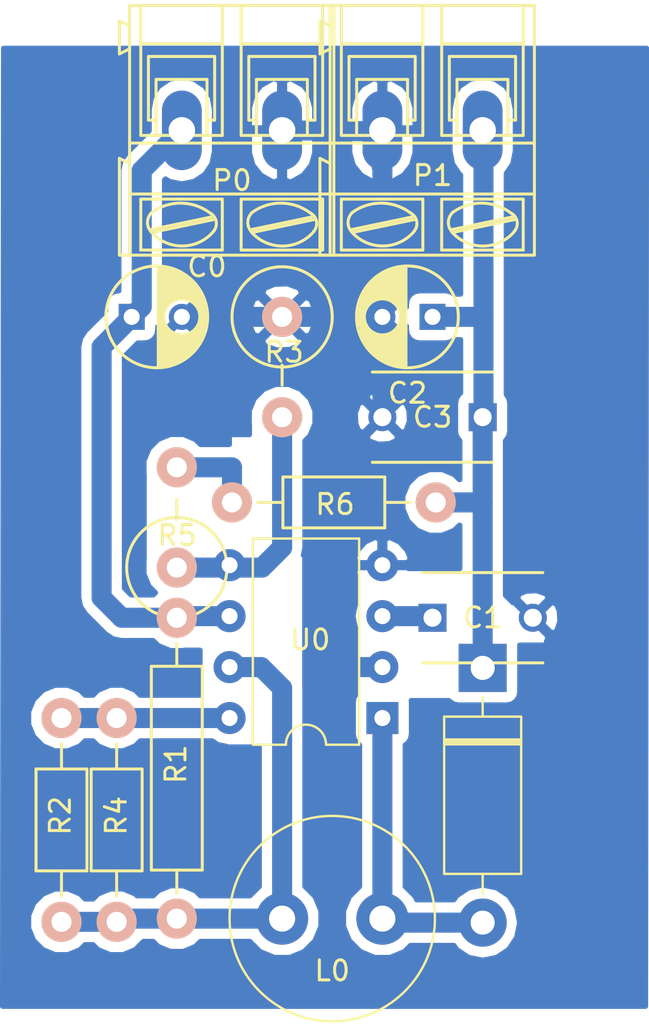
<source format=kicad_pcb>
(kicad_pcb (version 4) (host pcbnew 4.0.5+dfsg1-4)

  (general
    (links 27)
    (no_connects 1)
    (area 38.615 118.978 172.700001 174.625)
    (thickness 1.6)
    (drawings 0)
    (tracks 53)
    (zones 0)
    (modules 15)
    (nets 10)
  )

  (page A4 portrait)
  (layers
    (0 F.Cu signal)
    (31 B.Cu signal)
    (32 B.Adhes user hide)
    (33 F.Adhes user hide)
    (34 B.Paste user hide)
    (35 F.Paste user hide)
    (36 B.SilkS user hide)
    (37 F.SilkS user)
    (38 B.Mask user hide)
    (39 F.Mask user hide)
    (40 Dwgs.User user hide)
    (41 Cmts.User user hide)
    (42 Eco1.User user hide)
    (43 Eco2.User user hide)
    (44 Edge.Cuts user hide)
    (45 Margin user hide)
    (46 B.CrtYd user)
    (47 F.CrtYd user hide)
    (48 B.Fab user hide)
    (49 F.Fab user hide)
  )

  (setup
    (last_trace_width 0.25)
    (user_trace_width 0.25)
    (user_trace_width 0.5)
    (user_trace_width 0.75)
    (user_trace_width 1)
    (user_trace_width 2.5)
    (trace_clearance 0.2)
    (zone_clearance 0.508)
    (zone_45_only yes)
    (trace_min 0.2)
    (segment_width 0.2)
    (edge_width 0.15)
    (via_size 0.6)
    (via_drill 0.4)
    (via_min_size 0.4)
    (via_min_drill 0.3)
    (uvia_size 0.3)
    (uvia_drill 0.1)
    (uvias_allowed no)
    (uvia_min_size 0.2)
    (uvia_min_drill 0.1)
    (pcb_text_width 0.3)
    (pcb_text_size 1.5 1.5)
    (mod_edge_width 0.15)
    (mod_text_size 1 1)
    (mod_text_width 0.15)
    (pad_size 1.524 1.524)
    (pad_drill 0.762)
    (pad_to_mask_clearance 0.2)
    (aux_axis_origin 65 75.25)
    (grid_origin 68.2 25)
    (visible_elements FFFFF77F)
    (pcbplotparams
      (layerselection 0x00030_80000001)
      (usegerberextensions false)
      (excludeedgelayer true)
      (linewidth 0.100000)
      (plotframeref false)
      (viasonmask false)
      (mode 1)
      (useauxorigin false)
      (hpglpennumber 1)
      (hpglpenspeed 20)
      (hpglpendiameter 15)
      (hpglpenoverlay 2)
      (psnegative false)
      (psa4output false)
      (plotreference true)
      (plotvalue true)
      (plotinvisibletext false)
      (padsonsilk false)
      (subtractmaskfromsilk false)
      (outputformat 1)
      (mirror false)
      (drillshape 0)
      (scaleselection 1)
      (outputdirectory gerber/))
  )

  (net 0 "")
  (net 1 +5V)
  (net 2 GND)
  (net 3 "Net-(C1-Pad1)")
  (net 4 /out_12V)
  (net 5 "Net-(D0-Pad2)")
  (net 6 "Net-(L0-Pad1)")
  (net 7 "Net-(R2-Pad1)")
  (net 8 "Net-(R3-Pad2)")
  (net 9 "Net-(R5-Pad2)")

  (net_class Default "This is the default net class."
    (clearance 0.2)
    (trace_width 0.25)
    (via_dia 0.6)
    (via_drill 0.4)
    (uvia_dia 0.3)
    (uvia_drill 0.1)
    (add_net +5V)
    (add_net /out_12V)
    (add_net GND)
    (add_net "Net-(C1-Pad1)")
    (add_net "Net-(D0-Pad2)")
    (add_net "Net-(L0-Pad1)")
    (add_net "Net-(R2-Pad1)")
    (add_net "Net-(R3-Pad2)")
    (add_net "Net-(R5-Pad2)")
  )

  (module Connect:AK300-2 (layer F.Cu) (tedit 5EE93EB0) (tstamp 5EE7D3A5)
    (at 94.7 128.4 180)
    (descr CONNECTOR)
    (tags CONNECTOR)
    (path /5EE4E0C2)
    (attr virtual)
    (fp_text reference P0 (at 2.5 -2.5 180) (layer F.SilkS)
      (effects (font (size 1 1) (thickness 0.15)))
    )
    (fp_text value CONN_01X02 (at 2.779 7.747 180) (layer F.Fab) hide
      (effects (font (size 1 1) (thickness 0.15)))
    )
    (fp_line (start 8.363 -6.473) (end -2.83 -6.473) (layer F.CrtYd) (width 0.05))
    (fp_line (start 8.363 6.473) (end 8.363 -6.473) (layer F.CrtYd) (width 0.05))
    (fp_line (start -2.83 6.473) (end 8.363 6.473) (layer F.CrtYd) (width 0.05))
    (fp_line (start -2.83 -6.473) (end -2.83 6.473) (layer F.CrtYd) (width 0.05))
    (fp_line (start -1.2596 2.54) (end 1.2804 2.54) (layer F.SilkS) (width 0.15))
    (fp_line (start 1.2804 2.54) (end 1.2804 -0.254) (layer F.SilkS) (width 0.15))
    (fp_line (start -1.2596 -0.254) (end 1.2804 -0.254) (layer F.SilkS) (width 0.15))
    (fp_line (start -1.2596 2.54) (end -1.2596 -0.254) (layer F.SilkS) (width 0.15))
    (fp_line (start 3.7442 2.54) (end 6.2842 2.54) (layer F.SilkS) (width 0.15))
    (fp_line (start 6.2842 2.54) (end 6.2842 -0.254) (layer F.SilkS) (width 0.15))
    (fp_line (start 3.7442 -0.254) (end 6.2842 -0.254) (layer F.SilkS) (width 0.15))
    (fp_line (start 3.7442 2.54) (end 3.7442 -0.254) (layer F.SilkS) (width 0.15))
    (fp_line (start 7.605 -6.223) (end 7.605 -3.175) (layer F.SilkS) (width 0.15))
    (fp_line (start 7.605 -6.223) (end -2.58 -6.223) (layer F.SilkS) (width 0.15))
    (fp_line (start 7.605 -6.223) (end 8.113 -6.223) (layer F.SilkS) (width 0.15))
    (fp_line (start 8.113 -6.223) (end 8.113 -1.397) (layer F.SilkS) (width 0.15))
    (fp_line (start 8.113 -1.397) (end 7.605 -1.651) (layer F.SilkS) (width 0.15))
    (fp_line (start 8.113 5.461) (end 7.605 5.207) (layer F.SilkS) (width 0.15))
    (fp_line (start 7.605 5.207) (end 7.605 6.223) (layer F.SilkS) (width 0.15))
    (fp_line (start 8.113 3.81) (end 7.605 4.064) (layer F.SilkS) (width 0.15))
    (fp_line (start 7.605 4.064) (end 7.605 5.207) (layer F.SilkS) (width 0.15))
    (fp_line (start 8.113 3.81) (end 8.113 5.461) (layer F.SilkS) (width 0.15))
    (fp_line (start 2.9822 6.223) (end 2.9822 4.318) (layer F.SilkS) (width 0.15))
    (fp_line (start 7.0462 -0.254) (end 7.0462 4.318) (layer F.SilkS) (width 0.15))
    (fp_line (start 2.9822 6.223) (end 7.0462 6.223) (layer F.SilkS) (width 0.15))
    (fp_line (start 7.0462 6.223) (end 7.605 6.223) (layer F.SilkS) (width 0.15))
    (fp_line (start 2.0424 6.223) (end 2.0424 4.318) (layer F.SilkS) (width 0.15))
    (fp_line (start 2.0424 6.223) (end 2.9822 6.223) (layer F.SilkS) (width 0.15))
    (fp_line (start -2.0216 -0.254) (end -2.0216 4.318) (layer F.SilkS) (width 0.15))
    (fp_line (start -2.58 6.223) (end -2.0216 6.223) (layer F.SilkS) (width 0.15))
    (fp_line (start -2.0216 6.223) (end 2.0424 6.223) (layer F.SilkS) (width 0.15))
    (fp_line (start 2.9822 4.318) (end 7.0462 4.318) (layer F.SilkS) (width 0.15))
    (fp_line (start 2.9822 4.318) (end 2.9822 -0.254) (layer F.SilkS) (width 0.15))
    (fp_line (start 7.0462 4.318) (end 7.0462 6.223) (layer F.SilkS) (width 0.15))
    (fp_line (start 2.0424 4.318) (end -2.0216 4.318) (layer F.SilkS) (width 0.15))
    (fp_line (start 2.0424 4.318) (end 2.0424 -0.254) (layer F.SilkS) (width 0.15))
    (fp_line (start -2.0216 4.318) (end -2.0216 6.223) (layer F.SilkS) (width 0.15))
    (fp_line (start 6.6652 3.683) (end 6.6652 0.508) (layer F.SilkS) (width 0.15))
    (fp_line (start 6.6652 3.683) (end 3.3632 3.683) (layer F.SilkS) (width 0.15))
    (fp_line (start 3.3632 3.683) (end 3.3632 0.508) (layer F.SilkS) (width 0.15))
    (fp_line (start 1.6614 3.683) (end 1.6614 0.508) (layer F.SilkS) (width 0.15))
    (fp_line (start 1.6614 3.683) (end -1.6406 3.683) (layer F.SilkS) (width 0.15))
    (fp_line (start -1.6406 3.683) (end -1.6406 0.508) (layer F.SilkS) (width 0.15))
    (fp_line (start -1.6406 0.508) (end -1.2596 0.508) (layer F.SilkS) (width 0.15))
    (fp_line (start 1.6614 0.508) (end 1.2804 0.508) (layer F.SilkS) (width 0.15))
    (fp_line (start 3.3632 0.508) (end 3.7442 0.508) (layer F.SilkS) (width 0.15))
    (fp_line (start 6.6652 0.508) (end 6.2842 0.508) (layer F.SilkS) (width 0.15))
    (fp_line (start -2.58 6.223) (end -2.58 -0.635) (layer F.SilkS) (width 0.15))
    (fp_line (start -2.58 -0.635) (end -2.58 -3.175) (layer F.SilkS) (width 0.15))
    (fp_line (start 7.605 -1.651) (end 7.605 -0.635) (layer F.SilkS) (width 0.15))
    (fp_line (start 7.605 -0.635) (end 7.605 4.064) (layer F.SilkS) (width 0.15))
    (fp_line (start -2.58 -3.175) (end 7.605 -3.175) (layer F.SilkS) (width 0.15))
    (fp_line (start -2.58 -3.175) (end -2.58 -6.223) (layer F.SilkS) (width 0.15))
    (fp_line (start 7.605 -3.175) (end 7.605 -1.651) (layer F.SilkS) (width 0.15))
    (fp_line (start 2.9822 -3.429) (end 2.9822 -5.969) (layer F.SilkS) (width 0.15))
    (fp_line (start 2.9822 -5.969) (end 7.0462 -5.969) (layer F.SilkS) (width 0.15))
    (fp_line (start 7.0462 -5.969) (end 7.0462 -3.429) (layer F.SilkS) (width 0.15))
    (fp_line (start 7.0462 -3.429) (end 2.9822 -3.429) (layer F.SilkS) (width 0.15))
    (fp_line (start 2.0424 -3.429) (end 2.0424 -5.969) (layer F.SilkS) (width 0.15))
    (fp_line (start 2.0424 -3.429) (end -2.0216 -3.429) (layer F.SilkS) (width 0.15))
    (fp_line (start -2.0216 -3.429) (end -2.0216 -5.969) (layer F.SilkS) (width 0.15))
    (fp_line (start 2.0424 -5.969) (end -2.0216 -5.969) (layer F.SilkS) (width 0.15))
    (fp_line (start 3.3886 -4.445) (end 6.4366 -5.08) (layer F.SilkS) (width 0.15))
    (fp_line (start 3.5156 -4.318) (end 6.5636 -4.953) (layer F.SilkS) (width 0.15))
    (fp_line (start -1.6152 -4.445) (end 1.43534 -5.08) (layer F.SilkS) (width 0.15))
    (fp_line (start -1.4882 -4.318) (end 1.5598 -4.953) (layer F.SilkS) (width 0.15))
    (fp_line (start -2.0216 -0.254) (end -1.6406 -0.254) (layer F.SilkS) (width 0.15))
    (fp_line (start 2.0424 -0.254) (end 1.6614 -0.254) (layer F.SilkS) (width 0.15))
    (fp_line (start 1.6614 -0.254) (end -1.6406 -0.254) (layer F.SilkS) (width 0.15))
    (fp_line (start -2.58 -0.635) (end -1.6406 -0.635) (layer F.SilkS) (width 0.15))
    (fp_line (start -1.6406 -0.635) (end 1.6614 -0.635) (layer F.SilkS) (width 0.15))
    (fp_line (start 1.6614 -0.635) (end 3.3632 -0.635) (layer F.SilkS) (width 0.15))
    (fp_line (start 7.605 -0.635) (end 6.6652 -0.635) (layer F.SilkS) (width 0.15))
    (fp_line (start 6.6652 -0.635) (end 3.3632 -0.635) (layer F.SilkS) (width 0.15))
    (fp_line (start 7.0462 -0.254) (end 6.6652 -0.254) (layer F.SilkS) (width 0.15))
    (fp_line (start 2.9822 -0.254) (end 3.3632 -0.254) (layer F.SilkS) (width 0.15))
    (fp_line (start 3.3632 -0.254) (end 6.6652 -0.254) (layer F.SilkS) (width 0.15))
    (fp_arc (start 6.0302 -4.59486) (end 6.53566 -5.05206) (angle 90.5) (layer F.SilkS) (width 0.15))
    (fp_arc (start 5.065 -6.0706) (end 6.52804 -4.11734) (angle 75.5) (layer F.SilkS) (width 0.15))
    (fp_arc (start 4.98626 -3.7084) (end 3.3886 -5.0038) (angle 100) (layer F.SilkS) (width 0.15))
    (fp_arc (start 3.8712 -4.64566) (end 3.58164 -4.1275) (angle 104.2) (layer F.SilkS) (width 0.15))
    (fp_arc (start 1.0264 -4.59486) (end 1.5344 -5.05206) (angle 90.5) (layer F.SilkS) (width 0.15))
    (fp_arc (start 0.06374 -6.0706) (end 1.52678 -4.11734) (angle 75.5) (layer F.SilkS) (width 0.15))
    (fp_arc (start -0.01246 -3.7084) (end -1.6152 -5.0038) (angle 100) (layer F.SilkS) (width 0.15))
    (fp_arc (start -1.1326 -4.64566) (end -1.41962 -4.1275) (angle 104.2) (layer F.SilkS) (width 0.15))
    (pad 1 thru_hole oval (at 0 0 180) (size 1.9812 3.9624) (drill 1.3208) (layers *.Cu F.Paste F.Mask)
      (net 2 GND))
    (pad 2 thru_hole oval (at 5 0 180) (size 1.9812 3.9624) (drill 1.3208) (layers *.Cu F.Paste F.Mask)
      (net 1 +5V))
  )

  (module Connect:AK300-2 (layer F.Cu) (tedit 5EE93EAC) (tstamp 5EE7D3AB)
    (at 104.7 128.4 180)
    (descr CONNECTOR)
    (tags CONNECTOR)
    (path /5EE4DFF1)
    (attr virtual)
    (fp_text reference P1 (at 2.5 -2.25 180) (layer F.SilkS)
      (effects (font (size 1 1) (thickness 0.15)))
    )
    (fp_text value CONN_01X02 (at 2.779 7.747 180) (layer F.Fab) hide
      (effects (font (size 1 1) (thickness 0.15)))
    )
    (fp_line (start 8.363 -6.473) (end -2.83 -6.473) (layer F.CrtYd) (width 0.05))
    (fp_line (start 8.363 6.473) (end 8.363 -6.473) (layer F.CrtYd) (width 0.05))
    (fp_line (start -2.83 6.473) (end 8.363 6.473) (layer F.CrtYd) (width 0.05))
    (fp_line (start -2.83 -6.473) (end -2.83 6.473) (layer F.CrtYd) (width 0.05))
    (fp_line (start -1.2596 2.54) (end 1.2804 2.54) (layer F.SilkS) (width 0.15))
    (fp_line (start 1.2804 2.54) (end 1.2804 -0.254) (layer F.SilkS) (width 0.15))
    (fp_line (start -1.2596 -0.254) (end 1.2804 -0.254) (layer F.SilkS) (width 0.15))
    (fp_line (start -1.2596 2.54) (end -1.2596 -0.254) (layer F.SilkS) (width 0.15))
    (fp_line (start 3.7442 2.54) (end 6.2842 2.54) (layer F.SilkS) (width 0.15))
    (fp_line (start 6.2842 2.54) (end 6.2842 -0.254) (layer F.SilkS) (width 0.15))
    (fp_line (start 3.7442 -0.254) (end 6.2842 -0.254) (layer F.SilkS) (width 0.15))
    (fp_line (start 3.7442 2.54) (end 3.7442 -0.254) (layer F.SilkS) (width 0.15))
    (fp_line (start 7.605 -6.223) (end 7.605 -3.175) (layer F.SilkS) (width 0.15))
    (fp_line (start 7.605 -6.223) (end -2.58 -6.223) (layer F.SilkS) (width 0.15))
    (fp_line (start 7.605 -6.223) (end 8.113 -6.223) (layer F.SilkS) (width 0.15))
    (fp_line (start 8.113 -6.223) (end 8.113 -1.397) (layer F.SilkS) (width 0.15))
    (fp_line (start 8.113 -1.397) (end 7.605 -1.651) (layer F.SilkS) (width 0.15))
    (fp_line (start 8.113 5.461) (end 7.605 5.207) (layer F.SilkS) (width 0.15))
    (fp_line (start 7.605 5.207) (end 7.605 6.223) (layer F.SilkS) (width 0.15))
    (fp_line (start 8.113 3.81) (end 7.605 4.064) (layer F.SilkS) (width 0.15))
    (fp_line (start 7.605 4.064) (end 7.605 5.207) (layer F.SilkS) (width 0.15))
    (fp_line (start 8.113 3.81) (end 8.113 5.461) (layer F.SilkS) (width 0.15))
    (fp_line (start 2.9822 6.223) (end 2.9822 4.318) (layer F.SilkS) (width 0.15))
    (fp_line (start 7.0462 -0.254) (end 7.0462 4.318) (layer F.SilkS) (width 0.15))
    (fp_line (start 2.9822 6.223) (end 7.0462 6.223) (layer F.SilkS) (width 0.15))
    (fp_line (start 7.0462 6.223) (end 7.605 6.223) (layer F.SilkS) (width 0.15))
    (fp_line (start 2.0424 6.223) (end 2.0424 4.318) (layer F.SilkS) (width 0.15))
    (fp_line (start 2.0424 6.223) (end 2.9822 6.223) (layer F.SilkS) (width 0.15))
    (fp_line (start -2.0216 -0.254) (end -2.0216 4.318) (layer F.SilkS) (width 0.15))
    (fp_line (start -2.58 6.223) (end -2.0216 6.223) (layer F.SilkS) (width 0.15))
    (fp_line (start -2.0216 6.223) (end 2.0424 6.223) (layer F.SilkS) (width 0.15))
    (fp_line (start 2.9822 4.318) (end 7.0462 4.318) (layer F.SilkS) (width 0.15))
    (fp_line (start 2.9822 4.318) (end 2.9822 -0.254) (layer F.SilkS) (width 0.15))
    (fp_line (start 7.0462 4.318) (end 7.0462 6.223) (layer F.SilkS) (width 0.15))
    (fp_line (start 2.0424 4.318) (end -2.0216 4.318) (layer F.SilkS) (width 0.15))
    (fp_line (start 2.0424 4.318) (end 2.0424 -0.254) (layer F.SilkS) (width 0.15))
    (fp_line (start -2.0216 4.318) (end -2.0216 6.223) (layer F.SilkS) (width 0.15))
    (fp_line (start 6.6652 3.683) (end 6.6652 0.508) (layer F.SilkS) (width 0.15))
    (fp_line (start 6.6652 3.683) (end 3.3632 3.683) (layer F.SilkS) (width 0.15))
    (fp_line (start 3.3632 3.683) (end 3.3632 0.508) (layer F.SilkS) (width 0.15))
    (fp_line (start 1.6614 3.683) (end 1.6614 0.508) (layer F.SilkS) (width 0.15))
    (fp_line (start 1.6614 3.683) (end -1.6406 3.683) (layer F.SilkS) (width 0.15))
    (fp_line (start -1.6406 3.683) (end -1.6406 0.508) (layer F.SilkS) (width 0.15))
    (fp_line (start -1.6406 0.508) (end -1.2596 0.508) (layer F.SilkS) (width 0.15))
    (fp_line (start 1.6614 0.508) (end 1.2804 0.508) (layer F.SilkS) (width 0.15))
    (fp_line (start 3.3632 0.508) (end 3.7442 0.508) (layer F.SilkS) (width 0.15))
    (fp_line (start 6.6652 0.508) (end 6.2842 0.508) (layer F.SilkS) (width 0.15))
    (fp_line (start -2.58 6.223) (end -2.58 -0.635) (layer F.SilkS) (width 0.15))
    (fp_line (start -2.58 -0.635) (end -2.58 -3.175) (layer F.SilkS) (width 0.15))
    (fp_line (start 7.605 -1.651) (end 7.605 -0.635) (layer F.SilkS) (width 0.15))
    (fp_line (start 7.605 -0.635) (end 7.605 4.064) (layer F.SilkS) (width 0.15))
    (fp_line (start -2.58 -3.175) (end 7.605 -3.175) (layer F.SilkS) (width 0.15))
    (fp_line (start -2.58 -3.175) (end -2.58 -6.223) (layer F.SilkS) (width 0.15))
    (fp_line (start 7.605 -3.175) (end 7.605 -1.651) (layer F.SilkS) (width 0.15))
    (fp_line (start 2.9822 -3.429) (end 2.9822 -5.969) (layer F.SilkS) (width 0.15))
    (fp_line (start 2.9822 -5.969) (end 7.0462 -5.969) (layer F.SilkS) (width 0.15))
    (fp_line (start 7.0462 -5.969) (end 7.0462 -3.429) (layer F.SilkS) (width 0.15))
    (fp_line (start 7.0462 -3.429) (end 2.9822 -3.429) (layer F.SilkS) (width 0.15))
    (fp_line (start 2.0424 -3.429) (end 2.0424 -5.969) (layer F.SilkS) (width 0.15))
    (fp_line (start 2.0424 -3.429) (end -2.0216 -3.429) (layer F.SilkS) (width 0.15))
    (fp_line (start -2.0216 -3.429) (end -2.0216 -5.969) (layer F.SilkS) (width 0.15))
    (fp_line (start 2.0424 -5.969) (end -2.0216 -5.969) (layer F.SilkS) (width 0.15))
    (fp_line (start 3.3886 -4.445) (end 6.4366 -5.08) (layer F.SilkS) (width 0.15))
    (fp_line (start 3.5156 -4.318) (end 6.5636 -4.953) (layer F.SilkS) (width 0.15))
    (fp_line (start -1.6152 -4.445) (end 1.43534 -5.08) (layer F.SilkS) (width 0.15))
    (fp_line (start -1.4882 -4.318) (end 1.5598 -4.953) (layer F.SilkS) (width 0.15))
    (fp_line (start -2.0216 -0.254) (end -1.6406 -0.254) (layer F.SilkS) (width 0.15))
    (fp_line (start 2.0424 -0.254) (end 1.6614 -0.254) (layer F.SilkS) (width 0.15))
    (fp_line (start 1.6614 -0.254) (end -1.6406 -0.254) (layer F.SilkS) (width 0.15))
    (fp_line (start -2.58 -0.635) (end -1.6406 -0.635) (layer F.SilkS) (width 0.15))
    (fp_line (start -1.6406 -0.635) (end 1.6614 -0.635) (layer F.SilkS) (width 0.15))
    (fp_line (start 1.6614 -0.635) (end 3.3632 -0.635) (layer F.SilkS) (width 0.15))
    (fp_line (start 7.605 -0.635) (end 6.6652 -0.635) (layer F.SilkS) (width 0.15))
    (fp_line (start 6.6652 -0.635) (end 3.3632 -0.635) (layer F.SilkS) (width 0.15))
    (fp_line (start 7.0462 -0.254) (end 6.6652 -0.254) (layer F.SilkS) (width 0.15))
    (fp_line (start 2.9822 -0.254) (end 3.3632 -0.254) (layer F.SilkS) (width 0.15))
    (fp_line (start 3.3632 -0.254) (end 6.6652 -0.254) (layer F.SilkS) (width 0.15))
    (fp_arc (start 6.0302 -4.59486) (end 6.53566 -5.05206) (angle 90.5) (layer F.SilkS) (width 0.15))
    (fp_arc (start 5.065 -6.0706) (end 6.52804 -4.11734) (angle 75.5) (layer F.SilkS) (width 0.15))
    (fp_arc (start 4.98626 -3.7084) (end 3.3886 -5.0038) (angle 100) (layer F.SilkS) (width 0.15))
    (fp_arc (start 3.8712 -4.64566) (end 3.58164 -4.1275) (angle 104.2) (layer F.SilkS) (width 0.15))
    (fp_arc (start 1.0264 -4.59486) (end 1.5344 -5.05206) (angle 90.5) (layer F.SilkS) (width 0.15))
    (fp_arc (start 0.06374 -6.0706) (end 1.52678 -4.11734) (angle 75.5) (layer F.SilkS) (width 0.15))
    (fp_arc (start -0.01246 -3.7084) (end -1.6152 -5.0038) (angle 100) (layer F.SilkS) (width 0.15))
    (fp_arc (start -1.1326 -4.64566) (end -1.41962 -4.1275) (angle 104.2) (layer F.SilkS) (width 0.15))
    (pad 1 thru_hole oval (at 0 0 180) (size 1.9812 3.9624) (drill 1.3208) (layers *.Cu F.Paste F.Mask)
      (net 4 /out_12V))
    (pad 2 thru_hole oval (at 5 0 180) (size 1.9812 3.9624) (drill 1.3208) (layers *.Cu F.Paste F.Mask)
      (net 2 GND))
  )

  (module Package_DIP:DIP-8_W7.62mm (layer F.Cu) (tedit 5EE936A7) (tstamp 5EE7D3DB)
    (at 99.7 157.7 180)
    (descr "8-lead though-hole mounted DIP package, row spacing 7.62 mm (300 mils)")
    (tags "THT DIP DIL PDIP 2.54mm 7.62mm 300mil")
    (path /5EE4D9FD)
    (fp_text reference U0 (at 3.6 3.9 180) (layer F.SilkS)
      (effects (font (size 1 1) (thickness 0.15)))
    )
    (fp_text value MC34063AP (at 3.81 9.95 180) (layer F.Fab) hide
      (effects (font (size 1 1) (thickness 0.15)))
    )
    (fp_arc (start 3.81 -1.33) (end 2.81 -1.33) (angle -180) (layer F.SilkS) (width 0.12))
    (fp_line (start 1.635 -1.27) (end 6.985 -1.27) (layer F.Fab) (width 0.1))
    (fp_line (start 6.985 -1.27) (end 6.985 8.89) (layer F.Fab) (width 0.1))
    (fp_line (start 6.985 8.89) (end 0.635 8.89) (layer F.Fab) (width 0.1))
    (fp_line (start 0.635 8.89) (end 0.635 -0.27) (layer F.Fab) (width 0.1))
    (fp_line (start 0.635 -0.27) (end 1.635 -1.27) (layer F.Fab) (width 0.1))
    (fp_line (start 2.81 -1.33) (end 1.16 -1.33) (layer F.SilkS) (width 0.12))
    (fp_line (start 1.16 -1.33) (end 1.16 8.95) (layer F.SilkS) (width 0.12))
    (fp_line (start 1.16 8.95) (end 6.46 8.95) (layer F.SilkS) (width 0.12))
    (fp_line (start 6.46 8.95) (end 6.46 -1.33) (layer F.SilkS) (width 0.12))
    (fp_line (start 6.46 -1.33) (end 4.81 -1.33) (layer F.SilkS) (width 0.12))
    (fp_line (start -1.1 -1.55) (end -1.1 9.15) (layer F.CrtYd) (width 0.05))
    (fp_line (start -1.1 9.15) (end 8.7 9.15) (layer F.CrtYd) (width 0.05))
    (fp_line (start 8.7 9.15) (end 8.7 -1.55) (layer F.CrtYd) (width 0.05))
    (fp_line (start 8.7 -1.55) (end -1.1 -1.55) (layer F.CrtYd) (width 0.05))
    (fp_text user %R (at 3.81 3.81 180) (layer F.Fab)
      (effects (font (size 1 1) (thickness 0.15)))
    )
    (pad 1 thru_hole rect (at 0 0 180) (size 1.6 1.6) (drill 0.8) (layers *.Cu *.Mask)
      (net 5 "Net-(D0-Pad2)"))
    (pad 5 thru_hole oval (at 7.62 7.62 180) (size 1.6 1.6) (drill 0.8) (layers *.Cu *.Mask)
      (net 8 "Net-(R3-Pad2)"))
    (pad 2 thru_hole oval (at 0 2.54 180) (size 1.6 1.6) (drill 0.8) (layers *.Cu *.Mask)
      (net 2 GND))
    (pad 6 thru_hole oval (at 7.62 5.08 180) (size 1.6 1.6) (drill 0.8) (layers *.Cu *.Mask)
      (net 1 +5V))
    (pad 3 thru_hole oval (at 0 5.08 180) (size 1.6 1.6) (drill 0.8) (layers *.Cu *.Mask)
      (net 3 "Net-(C1-Pad1)"))
    (pad 7 thru_hole oval (at 7.62 2.54 180) (size 1.6 1.6) (drill 0.8) (layers *.Cu *.Mask)
      (net 6 "Net-(L0-Pad1)"))
    (pad 4 thru_hole oval (at 0 7.62 180) (size 1.6 1.6) (drill 0.8) (layers *.Cu *.Mask)
      (net 2 GND))
    (pad 8 thru_hole oval (at 7.62 0 180) (size 1.6 1.6) (drill 0.8) (layers *.Cu *.Mask)
      (net 7 "Net-(R2-Pad1)"))
    (model ${KISYS3DMOD}/Package_DIP.3dshapes/DIP-8_W7.62mm.wrl
      (at (xyz 0 0 0))
      (scale (xyz 1 1 1))
      (rotate (xyz 0 0 0))
    )
  )

  (module Capacitors_THT:C_Radial_D5_L11_P2.5 (layer F.Cu) (tedit 5EE93652) (tstamp 5EE7D381)
    (at 87.2 137.7)
    (descr "Radial Electrolytic Capacitor Diameter 5mm x Length 11mm, Pitch 2.5mm")
    (tags "Electrolytic Capacitor")
    (path /5EE4F709)
    (fp_text reference C0 (at 3.75 -2.5) (layer F.SilkS)
      (effects (font (size 1 1) (thickness 0.15)))
    )
    (fp_text value CP (at 1.25 3.8) (layer F.Fab) hide
      (effects (font (size 1 1) (thickness 0.15)))
    )
    (fp_line (start 1.325 -2.499) (end 1.325 2.499) (layer F.SilkS) (width 0.15))
    (fp_line (start 1.465 -2.491) (end 1.465 2.491) (layer F.SilkS) (width 0.15))
    (fp_line (start 1.605 -2.475) (end 1.605 -0.095) (layer F.SilkS) (width 0.15))
    (fp_line (start 1.605 0.095) (end 1.605 2.475) (layer F.SilkS) (width 0.15))
    (fp_line (start 1.745 -2.451) (end 1.745 -0.49) (layer F.SilkS) (width 0.15))
    (fp_line (start 1.745 0.49) (end 1.745 2.451) (layer F.SilkS) (width 0.15))
    (fp_line (start 1.885 -2.418) (end 1.885 -0.657) (layer F.SilkS) (width 0.15))
    (fp_line (start 1.885 0.657) (end 1.885 2.418) (layer F.SilkS) (width 0.15))
    (fp_line (start 2.025 -2.377) (end 2.025 -0.764) (layer F.SilkS) (width 0.15))
    (fp_line (start 2.025 0.764) (end 2.025 2.377) (layer F.SilkS) (width 0.15))
    (fp_line (start 2.165 -2.327) (end 2.165 -0.835) (layer F.SilkS) (width 0.15))
    (fp_line (start 2.165 0.835) (end 2.165 2.327) (layer F.SilkS) (width 0.15))
    (fp_line (start 2.305 -2.266) (end 2.305 -0.879) (layer F.SilkS) (width 0.15))
    (fp_line (start 2.305 0.879) (end 2.305 2.266) (layer F.SilkS) (width 0.15))
    (fp_line (start 2.445 -2.196) (end 2.445 -0.898) (layer F.SilkS) (width 0.15))
    (fp_line (start 2.445 0.898) (end 2.445 2.196) (layer F.SilkS) (width 0.15))
    (fp_line (start 2.585 -2.114) (end 2.585 -0.896) (layer F.SilkS) (width 0.15))
    (fp_line (start 2.585 0.896) (end 2.585 2.114) (layer F.SilkS) (width 0.15))
    (fp_line (start 2.725 -2.019) (end 2.725 -0.871) (layer F.SilkS) (width 0.15))
    (fp_line (start 2.725 0.871) (end 2.725 2.019) (layer F.SilkS) (width 0.15))
    (fp_line (start 2.865 -1.908) (end 2.865 -0.823) (layer F.SilkS) (width 0.15))
    (fp_line (start 2.865 0.823) (end 2.865 1.908) (layer F.SilkS) (width 0.15))
    (fp_line (start 3.005 -1.78) (end 3.005 -0.745) (layer F.SilkS) (width 0.15))
    (fp_line (start 3.005 0.745) (end 3.005 1.78) (layer F.SilkS) (width 0.15))
    (fp_line (start 3.145 -1.631) (end 3.145 -0.628) (layer F.SilkS) (width 0.15))
    (fp_line (start 3.145 0.628) (end 3.145 1.631) (layer F.SilkS) (width 0.15))
    (fp_line (start 3.285 -1.452) (end 3.285 -0.44) (layer F.SilkS) (width 0.15))
    (fp_line (start 3.285 0.44) (end 3.285 1.452) (layer F.SilkS) (width 0.15))
    (fp_line (start 3.425 -1.233) (end 3.425 1.233) (layer F.SilkS) (width 0.15))
    (fp_line (start 3.565 -0.944) (end 3.565 0.944) (layer F.SilkS) (width 0.15))
    (fp_line (start 3.705 -0.472) (end 3.705 0.472) (layer F.SilkS) (width 0.15))
    (fp_circle (center 2.5 0) (end 2.5 -0.9) (layer F.SilkS) (width 0.15))
    (fp_circle (center 1.25 0) (end 1.25 -2.5375) (layer F.SilkS) (width 0.15))
    (fp_circle (center 1.25 0) (end 1.25 -2.8) (layer F.CrtYd) (width 0.05))
    (pad 1 thru_hole rect (at 0 0) (size 1.3 1.3) (drill 0.8) (layers *.Cu *.Mask)
      (net 1 +5V))
    (pad 2 thru_hole circle (at 2.5 0) (size 1.3 1.3) (drill 0.8) (layers *.Cu *.Mask)
      (net 2 GND))
    (model Capacitors_ThroughHole.3dshapes/C_Radial_D5_L11_P2.5.wrl
      (at (xyz 0.049213 0 0))
      (scale (xyz 1 1 1))
      (rotate (xyz 0 0 90))
    )
  )

  (module Resistors_THT:Resistor_Horizontal_RM10mm (layer F.Cu) (tedit 5EE928CD) (tstamp 5EE7D3C3)
    (at 86.45 157.7 270)
    (descr "Resistor, Axial,  RM 10mm, 1/3W")
    (tags "Resistor Axial RM 10mm 1/3W")
    (path /5EE7BFBB)
    (fp_text reference R4 (at 4.87 0.022 270) (layer F.SilkS)
      (effects (font (size 1 1) (thickness 0.15)))
    )
    (fp_text value R (at 5.08 3.81 270) (layer F.Fab) hide
      (effects (font (size 1 1) (thickness 0.15)))
    )
    (fp_line (start -1.25 -1.5) (end 11.4 -1.5) (layer F.CrtYd) (width 0.05))
    (fp_line (start -1.25 1.5) (end -1.25 -1.5) (layer F.CrtYd) (width 0.05))
    (fp_line (start 11.4 -1.5) (end 11.4 1.5) (layer F.CrtYd) (width 0.05))
    (fp_line (start -1.25 1.5) (end 11.4 1.5) (layer F.CrtYd) (width 0.05))
    (fp_line (start 2.54 -1.27) (end 7.62 -1.27) (layer F.SilkS) (width 0.15))
    (fp_line (start 7.62 -1.27) (end 7.62 1.27) (layer F.SilkS) (width 0.15))
    (fp_line (start 7.62 1.27) (end 2.54 1.27) (layer F.SilkS) (width 0.15))
    (fp_line (start 2.54 1.27) (end 2.54 -1.27) (layer F.SilkS) (width 0.15))
    (fp_line (start 2.54 0) (end 1.27 0) (layer F.SilkS) (width 0.15))
    (fp_line (start 7.62 0) (end 8.89 0) (layer F.SilkS) (width 0.15))
    (pad 1 thru_hole circle (at 0 0 270) (size 1.99898 1.99898) (drill 1.00076) (layers *.Cu *.SilkS *.Mask)
      (net 7 "Net-(R2-Pad1)"))
    (pad 2 thru_hole circle (at 10.16 0 270) (size 1.99898 1.99898) (drill 1.00076) (layers *.Cu *.SilkS *.Mask)
      (net 6 "Net-(L0-Pad1)"))
    (model Resistors_ThroughHole.3dshapes/Resistor_Horizontal_RM10mm.wrl
      (at (xyz 0.2 0 0))
      (scale (xyz 0.4 0.4 0.4))
      (rotate (xyz 0 0 0))
    )
  )

  (module Resistors_THT:Resistor_Horizontal_RM10mm (layer F.Cu) (tedit 5EE928C7) (tstamp 5EE7D3B7)
    (at 83.7 157.7 270)
    (descr "Resistor, Axial,  RM 10mm, 1/3W")
    (tags "Resistor Axial RM 10mm 1/3W")
    (path /5EE4EEB0)
    (fp_text reference R2 (at 4.87 0.062 270) (layer F.SilkS)
      (effects (font (size 1 1) (thickness 0.15)))
    )
    (fp_text value R (at 5.08 3.81 270) (layer F.Fab) hide
      (effects (font (size 1 1) (thickness 0.15)))
    )
    (fp_line (start -1.25 -1.5) (end 11.4 -1.5) (layer F.CrtYd) (width 0.05))
    (fp_line (start -1.25 1.5) (end -1.25 -1.5) (layer F.CrtYd) (width 0.05))
    (fp_line (start 11.4 -1.5) (end 11.4 1.5) (layer F.CrtYd) (width 0.05))
    (fp_line (start -1.25 1.5) (end 11.4 1.5) (layer F.CrtYd) (width 0.05))
    (fp_line (start 2.54 -1.27) (end 7.62 -1.27) (layer F.SilkS) (width 0.15))
    (fp_line (start 7.62 -1.27) (end 7.62 1.27) (layer F.SilkS) (width 0.15))
    (fp_line (start 7.62 1.27) (end 2.54 1.27) (layer F.SilkS) (width 0.15))
    (fp_line (start 2.54 1.27) (end 2.54 -1.27) (layer F.SilkS) (width 0.15))
    (fp_line (start 2.54 0) (end 1.27 0) (layer F.SilkS) (width 0.15))
    (fp_line (start 7.62 0) (end 8.89 0) (layer F.SilkS) (width 0.15))
    (pad 1 thru_hole circle (at 0 0 270) (size 1.99898 1.99898) (drill 1.00076) (layers *.Cu *.SilkS *.Mask)
      (net 7 "Net-(R2-Pad1)"))
    (pad 2 thru_hole circle (at 10.16 0 270) (size 1.99898 1.99898) (drill 1.00076) (layers *.Cu *.SilkS *.Mask)
      (net 6 "Net-(L0-Pad1)"))
    (model Resistors_ThroughHole.3dshapes/Resistor_Horizontal_RM10mm.wrl
      (at (xyz 0.2 0 0))
      (scale (xyz 0.4 0.4 0.4))
      (rotate (xyz 0 0 0))
    )
  )

  (module Diodes_THT:D_DO-15_P12.70mm_Horizontal (layer F.Cu) (tedit 5EE928A7) (tstamp 5EE7D399)
    (at 104.7 155.2 270)
    (descr "Diode, DO-15 series, Axial, Horizontal, pin pitch=12.7mm, , length*diameter=7.6*3.6mm^2, , http://www.diodes.com/_files/packages/DO-15.pdf")
    (tags "Diode DO-15 series Axial Horizontal pin pitch 12.7mm  length 7.6mm diameter 3.6mm")
    (path /5EE4DC57)
    (fp_text reference D0 (at 6.35 -2.92 270) (layer F.SilkS) hide
      (effects (font (size 1 1) (thickness 0.15)))
    )
    (fp_text value 1N5819 (at 6.35 2.92 270) (layer F.Fab) hide
      (effects (font (size 1 1) (thickness 0.15)))
    )
    (fp_line (start 2.55 -1.8) (end 2.55 1.8) (layer F.Fab) (width 0.1))
    (fp_line (start 2.55 1.8) (end 10.15 1.8) (layer F.Fab) (width 0.1))
    (fp_line (start 10.15 1.8) (end 10.15 -1.8) (layer F.Fab) (width 0.1))
    (fp_line (start 10.15 -1.8) (end 2.55 -1.8) (layer F.Fab) (width 0.1))
    (fp_line (start 0 0) (end 2.55 0) (layer F.Fab) (width 0.1))
    (fp_line (start 12.7 0) (end 10.15 0) (layer F.Fab) (width 0.1))
    (fp_line (start 3.69 -1.8) (end 3.69 1.8) (layer F.Fab) (width 0.1))
    (fp_line (start 3.79 -1.8) (end 3.79 1.8) (layer F.Fab) (width 0.1))
    (fp_line (start 3.59 -1.8) (end 3.59 1.8) (layer F.Fab) (width 0.1))
    (fp_line (start 2.43 -1.92) (end 2.43 1.92) (layer F.SilkS) (width 0.12))
    (fp_line (start 2.43 1.92) (end 10.27 1.92) (layer F.SilkS) (width 0.12))
    (fp_line (start 10.27 1.92) (end 10.27 -1.92) (layer F.SilkS) (width 0.12))
    (fp_line (start 10.27 -1.92) (end 2.43 -1.92) (layer F.SilkS) (width 0.12))
    (fp_line (start 1.44 0) (end 2.43 0) (layer F.SilkS) (width 0.12))
    (fp_line (start 11.26 0) (end 10.27 0) (layer F.SilkS) (width 0.12))
    (fp_line (start 3.69 -1.92) (end 3.69 1.92) (layer F.SilkS) (width 0.12))
    (fp_line (start 3.81 -1.92) (end 3.81 1.92) (layer F.SilkS) (width 0.12))
    (fp_line (start 3.57 -1.92) (end 3.57 1.92) (layer F.SilkS) (width 0.12))
    (fp_line (start -1.45 -2.05) (end -1.45 2.05) (layer F.CrtYd) (width 0.05))
    (fp_line (start -1.45 2.05) (end 14.15 2.05) (layer F.CrtYd) (width 0.05))
    (fp_line (start 14.15 2.05) (end 14.15 -2.05) (layer F.CrtYd) (width 0.05))
    (fp_line (start 14.15 -2.05) (end -1.45 -2.05) (layer F.CrtYd) (width 0.05))
    (fp_text user %R (at 6.92 0 270) (layer F.Fab)
      (effects (font (size 1 1) (thickness 0.15)))
    )
    (fp_text user K (at 0 -2.2 270) (layer F.Fab)
      (effects (font (size 1 1) (thickness 0.15)))
    )
    (fp_text user K (at 4.576 -0.004 270) (layer F.SilkS) hide
      (effects (font (size 1 1) (thickness 0.15)))
    )
    (pad 1 thru_hole rect (at 0 0 270) (size 2.4 2.4) (drill 1.2) (layers *.Cu *.Mask)
      (net 4 /out_12V))
    (pad 2 thru_hole oval (at 12.7 0 270) (size 2.4 2.4) (drill 1.2) (layers *.Cu *.Mask)
      (net 5 "Net-(D0-Pad2)"))
    (model ${KISYS3DMOD}/Diode_THT.3dshapes/D_DO-15_P12.70mm_Horizontal.wrl
      (at (xyz 0 0 0))
      (scale (xyz 1 1 1))
      (rotate (xyz 0 0 0))
    )
  )

  (module Resistors_THT:Resistor_Horizontal_RM10mm (layer F.Cu) (tedit 5EE928F0) (tstamp 5EE7D3CF)
    (at 92.2 146.95)
    (descr "Resistor, Axial,  RM 10mm, 1/3W")
    (tags "Resistor Axial RM 10mm 1/3W")
    (path /5EE4EC1E)
    (fp_text reference R6 (at 5.138 0.098) (layer F.SilkS)
      (effects (font (size 1 1) (thickness 0.15)))
    )
    (fp_text value R (at 5.08 3.81) (layer F.Fab) hide
      (effects (font (size 1 1) (thickness 0.15)))
    )
    (fp_line (start -1.25 -1.5) (end 11.4 -1.5) (layer F.CrtYd) (width 0.05))
    (fp_line (start -1.25 1.5) (end -1.25 -1.5) (layer F.CrtYd) (width 0.05))
    (fp_line (start 11.4 -1.5) (end 11.4 1.5) (layer F.CrtYd) (width 0.05))
    (fp_line (start -1.25 1.5) (end 11.4 1.5) (layer F.CrtYd) (width 0.05))
    (fp_line (start 2.54 -1.27) (end 7.62 -1.27) (layer F.SilkS) (width 0.15))
    (fp_line (start 7.62 -1.27) (end 7.62 1.27) (layer F.SilkS) (width 0.15))
    (fp_line (start 7.62 1.27) (end 2.54 1.27) (layer F.SilkS) (width 0.15))
    (fp_line (start 2.54 1.27) (end 2.54 -1.27) (layer F.SilkS) (width 0.15))
    (fp_line (start 2.54 0) (end 1.27 0) (layer F.SilkS) (width 0.15))
    (fp_line (start 7.62 0) (end 8.89 0) (layer F.SilkS) (width 0.15))
    (pad 1 thru_hole circle (at 0 0) (size 1.99898 1.99898) (drill 1.00076) (layers *.Cu *.SilkS *.Mask)
      (net 9 "Net-(R5-Pad2)"))
    (pad 2 thru_hole circle (at 10.16 0) (size 1.99898 1.99898) (drill 1.00076) (layers *.Cu *.SilkS *.Mask)
      (net 4 /out_12V))
    (model Resistors_ThroughHole.3dshapes/Resistor_Horizontal_RM10mm.wrl
      (at (xyz 0.2 0 0))
      (scale (xyz 0.4 0.4 0.4))
      (rotate (xyz 0 0 0))
    )
  )

  (module Resistors_THT:Resistor_Vertical_RM5mm (layer F.Cu) (tedit 5EE928F6) (tstamp 5EE7D3BD)
    (at 94.7 140.2 270)
    (descr "Resistor, Vertical, RM 5mm, 1/3W,")
    (tags "Resistor, Vertical, RM 5mm, 1/3W,")
    (path /5EE4DA89)
    (fp_text reference R3 (at -0.744 -0.098 360) (layer F.SilkS)
      (effects (font (size 1 1) (thickness 0.15)))
    )
    (fp_text value R (at 0 4.50088 270) (layer F.Fab) hide
      (effects (font (size 1 1) (thickness 0.15)))
    )
    (fp_line (start -0.09906 0) (end 0.9017 0) (layer F.SilkS) (width 0.15))
    (fp_circle (center -2.49936 0) (end 0 0) (layer F.SilkS) (width 0.15))
    (pad 1 thru_hole circle (at -2.49936 0 270) (size 1.99898 1.99898) (drill 1.00076) (layers *.Cu *.SilkS *.Mask)
      (net 2 GND))
    (pad 2 thru_hole circle (at 2.5019 0 270) (size 1.99898 1.99898) (drill 1.00076) (layers *.Cu *.SilkS *.Mask)
      (net 8 "Net-(R3-Pad2)"))
  )

  (module Resistors_THT:Resistor_Vertical_RM5mm (layer F.Cu) (tedit 5EE928E9) (tstamp 5EE7D3C9)
    (at 89.45 147.7 90)
    (descr "Resistor, Vertical, RM 5mm, 1/3W,")
    (tags "Resistor, Vertical, RM 5mm, 1/3W,")
    (path /5EE7BD77)
    (fp_text reference R5 (at -0.9 0.018 180) (layer F.SilkS)
      (effects (font (size 1 1) (thickness 0.15)))
    )
    (fp_text value R (at 0 4.50088 90) (layer F.Fab) hide
      (effects (font (size 1 1) (thickness 0.15)))
    )
    (fp_line (start -0.09906 0) (end 0.9017 0) (layer F.SilkS) (width 0.15))
    (fp_circle (center -2.49936 0) (end 0 0) (layer F.SilkS) (width 0.15))
    (pad 1 thru_hole circle (at -2.49936 0 90) (size 1.99898 1.99898) (drill 1.00076) (layers *.Cu *.SilkS *.Mask)
      (net 8 "Net-(R3-Pad2)"))
    (pad 2 thru_hole circle (at 2.5019 0 90) (size 1.99898 1.99898) (drill 1.00076) (layers *.Cu *.SilkS *.Mask)
      (net 9 "Net-(R5-Pad2)"))
  )

  (module Inductor_THT:L_Radial_D10.0mm_P5.00mm_Fastron_07M (layer F.Cu) (tedit 5EEE21D6) (tstamp 5EE7D39F)
    (at 94.7 167.7)
    (descr "Inductor, Radial series, Radial, pin pitch=5.00mm, , diameter=10mm, Fastron, 07M, http://www.fastrongroup.com/image-show/37/07M.pdf?type=Complete-DataSheet&productType=series")
    (tags "Inductor Radial series Radial pin pitch 5.00mm  diameter 10mm Fastron 07M")
    (path /5EE4DC4A)
    (fp_text reference L0 (at 2.5 2.6) (layer F.SilkS)
      (effects (font (size 1 1) (thickness 0.15)))
    )
    (fp_text value L (at 2.5 6.25) (layer F.Fab)
      (effects (font (size 1 1) (thickness 0.15)))
    )
    (fp_circle (center 2.5 0) (end 7.5 0) (layer F.Fab) (width 0.1))
    (fp_circle (center 2.5 0) (end 7.62 0) (layer F.SilkS) (width 0.12))
    (fp_circle (center 2.5 0) (end 7.75 0) (layer F.CrtYd) (width 0.05))
    (fp_text user %R (at 2.5 0) (layer F.Fab)
      (effects (font (size 1 1) (thickness 0.15)))
    )
    (pad 1 thru_hole circle (at 0 0) (size 2.6 2.6) (drill 1.3) (layers *.Cu *.Mask)
      (net 6 "Net-(L0-Pad1)"))
    (pad 2 thru_hole circle (at 5 0) (size 2.6 2.6) (drill 1.3) (layers *.Cu *.Mask)
      (net 5 "Net-(D0-Pad2)"))
    (model ${KISYS3DMOD}/Inductor_THT.3dshapes/L_Radial_D10.0mm_P5.00mm_Fastron_07M.wrl
      (at (xyz 0 0 0))
      (scale (xyz 1 1 1))
      (rotate (xyz 0 0 0))
    )
  )

  (module Capacitors_THT:C_Disc_D6_P5 (layer F.Cu) (tedit 5EE92FF1) (tstamp 5EE7D387)
    (at 102.2 152.7)
    (descr "Capacitor 6mm Disc, Pitch 5mm")
    (tags Capacitor)
    (path /5EE4F438)
    (fp_text reference C1 (at 2.5 0) (layer F.SilkS)
      (effects (font (size 1 1) (thickness 0.15)))
    )
    (fp_text value C (at 2.5 3.5) (layer F.Fab)
      (effects (font (size 1 1) (thickness 0.15)))
    )
    (fp_line (start -0.95 -2.5) (end 5.95 -2.5) (layer F.CrtYd) (width 0.05))
    (fp_line (start 5.95 -2.5) (end 5.95 2.5) (layer F.CrtYd) (width 0.05))
    (fp_line (start 5.95 2.5) (end -0.95 2.5) (layer F.CrtYd) (width 0.05))
    (fp_line (start -0.95 2.5) (end -0.95 -2.5) (layer F.CrtYd) (width 0.05))
    (fp_line (start -0.5 -2.25) (end 5.5 -2.25) (layer F.SilkS) (width 0.15))
    (fp_line (start 5.5 2.25) (end -0.5 2.25) (layer F.SilkS) (width 0.15))
    (pad 1 thru_hole rect (at 0 0) (size 1.4 1.4) (drill 0.9) (layers *.Cu *.Mask)
      (net 3 "Net-(C1-Pad1)"))
    (pad 2 thru_hole circle (at 5 0) (size 1.4 1.4) (drill 0.9) (layers *.Cu *.Mask)
      (net 2 GND))
    (model Capacitors_ThroughHole.3dshapes/C_Disc_D6_P5.wrl
      (at (xyz 0.0984252 0 0))
      (scale (xyz 1 1 1))
      (rotate (xyz 0 0 0))
    )
  )

  (module Capacitors_THT:C_Disc_D6_P5 (layer F.Cu) (tedit 5EE9301A) (tstamp 5EE7D393)
    (at 104.7 142.7 180)
    (descr "Capacitor 6mm Disc, Pitch 5mm")
    (tags Capacitor)
    (path /5EE4F842)
    (fp_text reference C3 (at 2.5 0 180) (layer F.SilkS)
      (effects (font (size 1 1) (thickness 0.15)))
    )
    (fp_text value C (at 2 1.5 180) (layer F.Fab) hide
      (effects (font (size 1 1) (thickness 0.15)))
    )
    (fp_line (start -0.95 -2.5) (end 5.95 -2.5) (layer F.CrtYd) (width 0.05))
    (fp_line (start 5.95 -2.5) (end 5.95 2.5) (layer F.CrtYd) (width 0.05))
    (fp_line (start 5.95 2.5) (end -0.95 2.5) (layer F.CrtYd) (width 0.05))
    (fp_line (start -0.95 2.5) (end -0.95 -2.5) (layer F.CrtYd) (width 0.05))
    (fp_line (start -0.5 -2.25) (end 5.5 -2.25) (layer F.SilkS) (width 0.15))
    (fp_line (start 5.5 2.25) (end -0.5 2.25) (layer F.SilkS) (width 0.15))
    (pad 1 thru_hole rect (at 0 0 180) (size 1.4 1.4) (drill 0.9) (layers *.Cu *.Mask)
      (net 4 /out_12V))
    (pad 2 thru_hole circle (at 5 0 180) (size 1.4 1.4) (drill 0.9) (layers *.Cu *.Mask)
      (net 2 GND))
    (model Capacitors_ThroughHole.3dshapes/C_Disc_D6_P5.wrl
      (at (xyz 0.0984252 0 0))
      (scale (xyz 1 1 1))
      (rotate (xyz 0 0 0))
    )
  )

  (module Resistors_THT:Resistor_Horizontal_RM15mm (layer F.Cu) (tedit 5EEE216E) (tstamp 5EE7D3B1)
    (at 89.45 152.7 270)
    (descr "Resistor, Axial, RM 15mm,")
    (tags "Resistor Axial RM 15mm")
    (path /5EE4EBAE)
    (fp_text reference R1 (at 7.3 0.05 270) (layer F.SilkS)
      (effects (font (size 1 1) (thickness 0.15)))
    )
    (fp_text value R (at 7.5 4.0005 270) (layer F.Fab)
      (effects (font (size 1 1) (thickness 0.15)))
    )
    (fp_line (start -1.25 1.5) (end -1.25 -1.5) (layer F.CrtYd) (width 0.05))
    (fp_line (start -1.25 -1.5) (end 16.25 -1.5) (layer F.CrtYd) (width 0.05))
    (fp_line (start 16.25 -1.5) (end 16.25 1.5) (layer F.CrtYd) (width 0.05))
    (fp_line (start 16.25 1.5) (end -1.25 1.5) (layer F.CrtYd) (width 0.05))
    (fp_line (start 2.42 -1.27) (end 2.42 1.27) (layer F.SilkS) (width 0.15))
    (fp_line (start 2.42 1.27) (end 12.58 1.27) (layer F.SilkS) (width 0.15))
    (fp_line (start 12.58 1.27) (end 12.58 -1.27) (layer F.SilkS) (width 0.15))
    (fp_line (start 12.58 -1.27) (end 2.42 -1.27) (layer F.SilkS) (width 0.15))
    (fp_line (start 13.73 0) (end 12.58 0) (layer F.SilkS) (width 0.15))
    (fp_line (start 1.27 0) (end 2.42 0) (layer F.SilkS) (width 0.15))
    (pad 1 thru_hole circle (at 0 0 270) (size 1.99898 1.99898) (drill 1.00076) (layers *.Cu *.SilkS *.Mask)
      (net 1 +5V))
    (pad 2 thru_hole circle (at 15 0 270) (size 1.99898 1.99898) (drill 1.00076) (layers *.Cu *.SilkS *.Mask)
      (net 6 "Net-(L0-Pad1)"))
    (model Resistors_ThroughHole.3dshapes/Resistor_Horizontal_RM15mm.wrl
      (at (xyz 0.295 0 0))
      (scale (xyz 0.395 0.4 0.4))
      (rotate (xyz 0 0 0))
    )
  )

  (module Capacitors_THT:C_Radial_D5_L11_P2.5 (layer F.Cu) (tedit 0) (tstamp 5EE7D38D)
    (at 102.2 137.7 180)
    (descr "Radial Electrolytic Capacitor Diameter 5mm x Length 11mm, Pitch 2.5mm")
    (tags "Electrolytic Capacitor")
    (path /5EE4F4B9)
    (fp_text reference C2 (at 1.25 -3.8 180) (layer F.SilkS)
      (effects (font (size 1 1) (thickness 0.15)))
    )
    (fp_text value CP (at 1.25 3.8 180) (layer F.Fab)
      (effects (font (size 1 1) (thickness 0.15)))
    )
    (fp_line (start 1.325 -2.499) (end 1.325 2.499) (layer F.SilkS) (width 0.15))
    (fp_line (start 1.465 -2.491) (end 1.465 2.491) (layer F.SilkS) (width 0.15))
    (fp_line (start 1.605 -2.475) (end 1.605 -0.095) (layer F.SilkS) (width 0.15))
    (fp_line (start 1.605 0.095) (end 1.605 2.475) (layer F.SilkS) (width 0.15))
    (fp_line (start 1.745 -2.451) (end 1.745 -0.49) (layer F.SilkS) (width 0.15))
    (fp_line (start 1.745 0.49) (end 1.745 2.451) (layer F.SilkS) (width 0.15))
    (fp_line (start 1.885 -2.418) (end 1.885 -0.657) (layer F.SilkS) (width 0.15))
    (fp_line (start 1.885 0.657) (end 1.885 2.418) (layer F.SilkS) (width 0.15))
    (fp_line (start 2.025 -2.377) (end 2.025 -0.764) (layer F.SilkS) (width 0.15))
    (fp_line (start 2.025 0.764) (end 2.025 2.377) (layer F.SilkS) (width 0.15))
    (fp_line (start 2.165 -2.327) (end 2.165 -0.835) (layer F.SilkS) (width 0.15))
    (fp_line (start 2.165 0.835) (end 2.165 2.327) (layer F.SilkS) (width 0.15))
    (fp_line (start 2.305 -2.266) (end 2.305 -0.879) (layer F.SilkS) (width 0.15))
    (fp_line (start 2.305 0.879) (end 2.305 2.266) (layer F.SilkS) (width 0.15))
    (fp_line (start 2.445 -2.196) (end 2.445 -0.898) (layer F.SilkS) (width 0.15))
    (fp_line (start 2.445 0.898) (end 2.445 2.196) (layer F.SilkS) (width 0.15))
    (fp_line (start 2.585 -2.114) (end 2.585 -0.896) (layer F.SilkS) (width 0.15))
    (fp_line (start 2.585 0.896) (end 2.585 2.114) (layer F.SilkS) (width 0.15))
    (fp_line (start 2.725 -2.019) (end 2.725 -0.871) (layer F.SilkS) (width 0.15))
    (fp_line (start 2.725 0.871) (end 2.725 2.019) (layer F.SilkS) (width 0.15))
    (fp_line (start 2.865 -1.908) (end 2.865 -0.823) (layer F.SilkS) (width 0.15))
    (fp_line (start 2.865 0.823) (end 2.865 1.908) (layer F.SilkS) (width 0.15))
    (fp_line (start 3.005 -1.78) (end 3.005 -0.745) (layer F.SilkS) (width 0.15))
    (fp_line (start 3.005 0.745) (end 3.005 1.78) (layer F.SilkS) (width 0.15))
    (fp_line (start 3.145 -1.631) (end 3.145 -0.628) (layer F.SilkS) (width 0.15))
    (fp_line (start 3.145 0.628) (end 3.145 1.631) (layer F.SilkS) (width 0.15))
    (fp_line (start 3.285 -1.452) (end 3.285 -0.44) (layer F.SilkS) (width 0.15))
    (fp_line (start 3.285 0.44) (end 3.285 1.452) (layer F.SilkS) (width 0.15))
    (fp_line (start 3.425 -1.233) (end 3.425 1.233) (layer F.SilkS) (width 0.15))
    (fp_line (start 3.565 -0.944) (end 3.565 0.944) (layer F.SilkS) (width 0.15))
    (fp_line (start 3.705 -0.472) (end 3.705 0.472) (layer F.SilkS) (width 0.15))
    (fp_circle (center 2.5 0) (end 2.5 -0.9) (layer F.SilkS) (width 0.15))
    (fp_circle (center 1.25 0) (end 1.25 -2.5375) (layer F.SilkS) (width 0.15))
    (fp_circle (center 1.25 0) (end 1.25 -2.8) (layer F.CrtYd) (width 0.05))
    (pad 1 thru_hole rect (at 0 0 180) (size 1.3 1.3) (drill 0.8) (layers *.Cu *.Mask)
      (net 4 /out_12V))
    (pad 2 thru_hole circle (at 2.5 0 180) (size 1.3 1.3) (drill 0.8) (layers *.Cu *.Mask)
      (net 2 GND))
    (model Capacitors_ThroughHole.3dshapes/C_Radial_D5_L11_P2.5.wrl
      (at (xyz 0.049213 0 0))
      (scale (xyz 1 1 1))
      (rotate (xyz 0 0 90))
    )
  )

  (segment (start 92.08 152.62) (end 89.53 152.62) (width 1) (layer B.Cu) (net 1))
  (segment (start 89.53 152.62) (end 89.45 152.7) (width 1) (layer B.Cu) (net 1) (tstamp 5EF1836B))
  (segment (start 89.45 152.7) (end 86.7 152.7) (width 1) (layer B.Cu) (net 1) (tstamp 5EF1836C))
  (segment (start 86.7 152.7) (end 85.7 151.7) (width 1) (layer B.Cu) (net 1) (tstamp 5EF1836D))
  (segment (start 85.7 151.7) (end 85.7 139.2) (width 1) (layer B.Cu) (net 1) (tstamp 5EF1836E))
  (segment (start 85.7 139.2) (end 87.7 137.2) (width 1) (layer B.Cu) (net 1) (tstamp 5EF1836F))
  (segment (start 87.7 137.2) (end 87.7 130.4) (width 1) (layer B.Cu) (net 1) (tstamp 5EF18370))
  (segment (start 87.7 130.4) (end 89.7 128.4) (width 1) (layer B.Cu) (net 1) (tstamp 5EF18371))
  (segment (start 99.7 128.45) (end 94.7 128.4) (width 1) (layer B.Cu) (net 2))
  (segment (start 99.66 130.2) (end 99.7 128.45) (width 1) (layer B.Cu) (net 2))
  (segment (start 99.7 137.7) (end 99.7 130.24) (width 1) (layer B.Cu) (net 2))
  (segment (start 99.7 130.24) (end 99.66 130.2) (width 0.25) (layer B.Cu) (net 2) (tstamp 5EE7E958))
  (segment (start 99.7 142.7) (end 99.7 137.7) (width 1) (layer B.Cu) (net 2) (tstamp 5EE7E951))
  (segment (start 99.7 155.16) (end 97.24 155.16) (width 1) (layer B.Cu) (net 2))
  (segment (start 97.24 155.16) (end 97.2 155.12) (width 1) (layer B.Cu) (net 2) (tstamp 5EE7E94A))
  (segment (start 97.2 155.12) (end 97.2 137.7) (width 1) (layer B.Cu) (net 2) (tstamp 5EE7E94C))
  (segment (start 89.7 137.7) (end 94.69936 137.7) (width 1) (layer B.Cu) (net 2))
  (segment (start 94.69936 137.7) (end 97.2 137.7) (width 1) (layer B.Cu) (net 2) (tstamp 5EE7E942))
  (segment (start 97.2 137.7) (end 99.7 137.7) (width 1) (layer B.Cu) (net 2) (tstamp 5EE7E94F))
  (segment (start 99.7 152.62) (end 102.12 152.62) (width 1) (layer B.Cu) (net 3))
  (segment (start 102.12 152.62) (end 102.2 152.7) (width 0.25) (layer B.Cu) (net 3) (tstamp 5EE7E980))
  (segment (start 102.36 146.95) (end 104.7 146.95) (width 1) (layer B.Cu) (net 4))
  (segment (start 104.7 146.95) (end 104.45 146.95) (width 1) (layer B.Cu) (net 4) (tstamp 5EEDF99F))
  (segment (start 104.45 146.95) (end 104.7 146.95) (width 1) (layer B.Cu) (net 4) (tstamp 5EEDF9A1))
  (segment (start 104.7 142.7) (end 104.7 146.2) (width 1) (layer B.Cu) (net 4))
  (segment (start 104.7 146.2) (end 104.7 146.95) (width 1) (layer B.Cu) (net 4) (tstamp 5EE7E969))
  (segment (start 104.7 146.95) (end 104.7 155.2) (width 1) (layer B.Cu) (net 4) (tstamp 5EEDF9A2))
  (segment (start 102.2 137.7) (end 104.74 137.7) (width 1) (layer B.Cu) (net 4))
  (segment (start 104.74 137.7) (end 104.7 137.7) (width 0.25) (layer B.Cu) (net 4) (tstamp 5EE7E960))
  (segment (start 104.7 137.7) (end 104.74 137.7) (width 0.25) (layer B.Cu) (net 4) (tstamp 5EE7E962))
  (segment (start 104.74 130.2) (end 104.74 137.7) (width 1) (layer B.Cu) (net 4))
  (segment (start 104.74 137.7) (end 104.74 142.66) (width 1) (layer B.Cu) (net 4) (tstamp 5EE7E963))
  (segment (start 104.74 142.66) (end 104.7 142.7) (width 0.25) (layer B.Cu) (net 4) (tstamp 5EE7E95D))
  (segment (start 99.7 157.7) (end 99.7 167.69936) (width 1) (layer B.Cu) (net 5))
  (segment (start 99.7 167.69936) (end 99.90064 167.9) (width 0.25) (layer B.Cu) (net 5) (tstamp 5EE7E983))
  (segment (start 99.90064 167.9) (end 104.7 167.9) (width 1) (layer B.Cu) (net 5) (tstamp 5EE7E984))
  (segment (start 83.7 167.86) (end 86.45 167.86) (width 1) (layer B.Cu) (net 6) (status 20))
  (segment (start 86.45 167.86) (end 86.61 167.7) (width 0.25) (layer B.Cu) (net 6) (tstamp 5EE7E988) (status 30))
  (segment (start 86.61 167.7) (end 94.70064 167.7) (width 1) (layer B.Cu) (net 6) (tstamp 5EE7E989) (status 10))
  (segment (start 94.70064 167.7) (end 94.7 167.69936) (width 0.25) (layer B.Cu) (net 6) (tstamp 5EE7E98A))
  (segment (start 94.7 167.69936) (end 94.7 156.2) (width 1) (layer B.Cu) (net 6) (tstamp 5EE7E98B))
  (segment (start 93.66 155.16) (end 92.08 155.16) (width 1) (layer B.Cu) (net 6) (tstamp 5EE7E98F))
  (segment (start 94.7 156.2) (end 93.66 155.16) (width 1) (layer B.Cu) (net 6) (tstamp 5EE7E98D))
  (segment (start 92.08 157.7) (end 86.45 157.7) (width 1) (layer B.Cu) (net 7) (status 20))
  (segment (start 86.45 157.7) (end 83.7 157.7) (width 1) (layer B.Cu) (net 7) (tstamp 5EE7E997) (status 10))
  (segment (start 89.45 150.19936) (end 91.96064 150.19936) (width 1) (layer B.Cu) (net 8) (status 10))
  (segment (start 91.96064 150.19936) (end 91.96128 150.2) (width 0.25) (layer B.Cu) (net 8) (tstamp 5EE7E96E))
  (segment (start 91.96128 150.2) (end 93.7 150.2) (width 1) (layer B.Cu) (net 8) (tstamp 5EE7E96F))
  (segment (start 94.7 149.2) (end 94.7 142.7019) (width 1) (layer B.Cu) (net 8) (tstamp 5EE7E974))
  (segment (start 93.7 150.2) (end 94.7 149.2) (width 1) (layer B.Cu) (net 8) (tstamp 5EE7E970))
  (segment (start 92.2 146.95) (end 92.2 145.2) (width 1) (layer B.Cu) (net 9) (status 10))
  (segment (start 92.2 145.2) (end 89.4519 145.2) (width 1) (layer B.Cu) (net 9) (status 20))
  (segment (start 89.4519 145.2) (end 89.45 145.1981) (width 0.25) (layer B.Cu) (net 9) (tstamp 5EE7E96B) (status 30))

  (zone (net 2) (net_name GND) (layer B.Cu) (tstamp 5EE7E765) (hatch edge 0.508)
    (connect_pads (clearance 0.508))
    (min_thickness 0.254)
    (fill yes (arc_segments 16) (thermal_gap 0.508) (thermal_bridge_width 0.508))
    (polygon
      (pts
        (xy 112.95 172.2) (xy 80.634 172.2) (xy 80.684 124.18) (xy 113 124.18)
      )
    )
    (filled_polygon
      (pts
        (xy 112.823132 172.073) (xy 80.761132 172.073) (xy 80.77576 158.023694) (xy 82.065226 158.023694) (xy 82.313538 158.624655)
        (xy 82.772927 159.084846) (xy 83.373453 159.334206) (xy 84.023694 159.334774) (xy 84.624655 159.086462) (xy 84.876556 158.835)
        (xy 85.273516 158.835) (xy 85.522927 159.084846) (xy 86.123453 159.334206) (xy 86.773694 159.334774) (xy 87.374655 159.086462)
        (xy 87.626556 158.835) (xy 91.217233 158.835) (xy 91.502736 159.025767) (xy 91.922903 159.109344) (xy 91.95459 159.130994)
        (xy 92.004 159.141) (xy 93.565 159.141) (xy 93.565 166.098902) (xy 93.098087 166.565) (xy 90.626484 166.565)
        (xy 90.377073 166.315154) (xy 89.776547 166.065794) (xy 89.126306 166.065226) (xy 88.525345 166.313538) (xy 88.273444 166.565)
        (xy 87.466762 166.565) (xy 87.377073 166.475154) (xy 86.776547 166.225794) (xy 86.126306 166.225226) (xy 85.525345 166.473538)
        (xy 85.273444 166.725) (xy 84.876484 166.725) (xy 84.627073 166.475154) (xy 84.026547 166.225794) (xy 83.376306 166.225226)
        (xy 82.775345 166.473538) (xy 82.315154 166.932927) (xy 82.065794 167.533453) (xy 82.065226 168.183694) (xy 82.313538 168.784655)
        (xy 82.772927 169.244846) (xy 83.373453 169.494206) (xy 84.023694 169.494774) (xy 84.624655 169.246462) (xy 84.876556 168.995)
        (xy 85.273516 168.995) (xy 85.522927 169.244846) (xy 86.123453 169.494206) (xy 86.773694 169.494774) (xy 87.374655 169.246462)
        (xy 87.786835 168.835) (xy 88.273516 168.835) (xy 88.522927 169.084846) (xy 89.123453 169.334206) (xy 89.773694 169.334774)
        (xy 90.374655 169.086462) (xy 90.626556 168.835) (xy 93.098902 168.835) (xy 93.602479 169.339457) (xy 94.313416 169.634663)
        (xy 95.083207 169.635335) (xy 95.794658 169.34137) (xy 96.339457 168.797521) (xy 96.634663 168.086584) (xy 96.634665 168.083207)
        (xy 97.764665 168.083207) (xy 98.05863 168.794658) (xy 98.602479 169.339457) (xy 99.313416 169.634663) (xy 100.083207 169.635335)
        (xy 100.794658 169.34137) (xy 101.101563 169.035) (xy 103.269832 169.035) (xy 103.402459 169.233491) (xy 103.997776 169.631269)
        (xy 104.7 169.77095) (xy 105.402224 169.631269) (xy 105.997541 169.233491) (xy 106.395319 168.638174) (xy 106.535 167.93595)
        (xy 106.535 167.86405) (xy 106.395319 167.161826) (xy 105.997541 166.566509) (xy 105.402224 166.168731) (xy 104.7 166.02905)
        (xy 103.997776 166.168731) (xy 103.402459 166.566509) (xy 103.269832 166.765) (xy 101.407339 166.765) (xy 101.34137 166.605342)
        (xy 100.835 166.098087) (xy 100.835 159.039018) (xy 100.951441 158.96409) (xy 101.096431 158.75189) (xy 101.14744 158.5)
        (xy 101.14744 156.9) (xy 101.133704 156.827) (xy 103.020183 156.827) (xy 103.03591 156.851441) (xy 103.24811 156.996431)
        (xy 103.5 157.04744) (xy 105.9 157.04744) (xy 106.135317 157.003162) (xy 106.351441 156.86409) (xy 106.496431 156.65189)
        (xy 106.54744 156.4) (xy 106.54744 154.061) (xy 107.752 154.061) (xy 107.798159 154.052315) (xy 107.840553 154.025035)
        (xy 107.868994 153.98341) (xy 107.879 153.934) (xy 107.879 153.877185) (xy 107.893831 153.871042) (xy 107.955669 153.635275)
        (xy 107.2 152.879605) (xy 107.185858 152.893748) (xy 107.006252 152.714142) (xy 107.020395 152.7) (xy 107.379605 152.7)
        (xy 108.135275 153.455669) (xy 108.371042 153.393831) (xy 108.547419 152.892878) (xy 108.518664 152.36256) (xy 108.371042 152.006169)
        (xy 108.135275 151.944331) (xy 107.379605 152.7) (xy 107.020395 152.7) (xy 106.264725 151.944331) (xy 106.21023 151.958624)
        (xy 106.016331 151.764725) (xy 106.444331 151.764725) (xy 107.2 152.520395) (xy 107.955669 151.764725) (xy 107.893831 151.528958)
        (xy 107.392878 151.352581) (xy 106.86256 151.381336) (xy 106.506169 151.528958) (xy 106.444331 151.764725) (xy 106.016331 151.764725)
        (xy 105.835 151.583394) (xy 105.835 143.874669) (xy 105.851441 143.86409) (xy 105.996431 143.65189) (xy 106.04744 143.4)
        (xy 106.04744 142) (xy 106.003162 141.764683) (xy 105.875 141.565514) (xy 105.875 130.553123) (xy 106.201859 130.063944)
        (xy 106.3256 129.441854) (xy 106.3256 127.358146) (xy 106.201859 126.736056) (xy 105.849473 126.208673) (xy 105.32209 125.856287)
        (xy 104.7 125.732546) (xy 104.07791 125.856287) (xy 103.550527 126.208673) (xy 103.198141 126.736056) (xy 103.0744 127.358146)
        (xy 103.0744 129.441854) (xy 103.198141 130.063944) (xy 103.550527 130.591327) (xy 103.605 130.627725) (xy 103.605 136.565)
        (xy 103.264975 136.565) (xy 103.10189 136.453569) (xy 102.85 136.40256) (xy 101.55 136.40256) (xy 101.314683 136.446838)
        (xy 101.098559 136.58591) (xy 100.953569 136.79811) (xy 100.90256 137.05) (xy 100.90256 137.212385) (xy 100.829611 137.036271)
        (xy 100.599016 136.98059) (xy 99.879605 137.7) (xy 100.599016 138.41941) (xy 100.829611 138.363729) (xy 100.90256 138.154098)
        (xy 100.90256 138.35) (xy 100.946838 138.585317) (xy 101.08591 138.801441) (xy 101.29811 138.946431) (xy 101.55 138.99744)
        (xy 102.85 138.99744) (xy 103.085317 138.953162) (xy 103.268946 138.835) (xy 103.605 138.835) (xy 103.605 141.499591)
        (xy 103.548559 141.53591) (xy 103.403569 141.74811) (xy 103.35256 142) (xy 103.35256 143.4) (xy 103.396838 143.635317)
        (xy 103.53591 143.851441) (xy 103.565 143.871317) (xy 103.565 145.815) (xy 103.536484 145.815) (xy 103.287073 145.565154)
        (xy 102.686547 145.315794) (xy 102.036306 145.315226) (xy 101.435345 145.563538) (xy 100.975154 146.022927) (xy 100.725794 146.623453)
        (xy 100.725226 147.273694) (xy 100.973538 147.874655) (xy 101.432927 148.334846) (xy 102.033453 148.584206) (xy 102.683694 148.584774)
        (xy 103.284655 148.336462) (xy 103.536556 148.085) (xy 103.565 148.085) (xy 103.565 150.251) (xy 100.994089 150.251)
        (xy 100.969915 150.207) (xy 99.827 150.207) (xy 99.827 150.227) (xy 99.573 150.227) (xy 99.573 150.207)
        (xy 98.430085 150.207) (xy 98.308096 150.429039) (xy 98.393499 150.635233) (xy 98.383006 150.65059) (xy 98.373 150.7)
        (xy 98.373 152.03062) (xy 98.34612 152.070849) (xy 98.236887 152.62) (xy 98.34612 153.169151) (xy 98.373 153.20938)
        (xy 98.373 154.654258) (xy 98.308096 154.810961) (xy 98.373 154.929096) (xy 98.373 155.390904) (xy 98.308096 155.509039)
        (xy 98.373 155.665742) (xy 98.373 156.546494) (xy 98.303569 156.64811) (xy 98.25256 156.9) (xy 98.25256 158.5)
        (xy 98.296838 158.735317) (xy 98.43591 158.951441) (xy 98.565 159.039644) (xy 98.565 166.098902) (xy 98.060543 166.602479)
        (xy 97.765337 167.313416) (xy 97.764665 168.083207) (xy 96.634665 168.083207) (xy 96.635335 167.316793) (xy 96.34137 166.605342)
        (xy 95.835 166.098087) (xy 95.835 156.2) (xy 95.827 156.159781) (xy 95.827 149.730961) (xy 98.308096 149.730961)
        (xy 98.430085 149.953) (xy 99.573 149.953) (xy 99.573 148.809371) (xy 99.827 148.809371) (xy 99.827 149.953)
        (xy 100.969915 149.953) (xy 101.091904 149.730961) (xy 100.931041 149.342577) (xy 100.555134 148.927611) (xy 100.049041 148.688086)
        (xy 99.827 148.809371) (xy 99.573 148.809371) (xy 99.350959 148.688086) (xy 98.844866 148.927611) (xy 98.468959 149.342577)
        (xy 98.308096 149.730961) (xy 95.827 149.730961) (xy 95.827 149.7) (xy 95.824042 149.672748) (xy 95.803666 149.626636)
        (xy 95.766956 149.592084) (xy 95.757694 149.588645) (xy 95.835 149.2) (xy 95.835 143.878384) (xy 96.078533 143.635275)
        (xy 98.944331 143.635275) (xy 99.006169 143.871042) (xy 99.507122 144.047419) (xy 100.03744 144.018664) (xy 100.393831 143.871042)
        (xy 100.455669 143.635275) (xy 99.7 142.879605) (xy 98.944331 143.635275) (xy 96.078533 143.635275) (xy 96.084846 143.628973)
        (xy 96.334206 143.028447) (xy 96.334661 142.507122) (xy 98.352581 142.507122) (xy 98.381336 143.03744) (xy 98.528958 143.393831)
        (xy 98.764725 143.455669) (xy 99.520395 142.7) (xy 99.879605 142.7) (xy 100.635275 143.455669) (xy 100.871042 143.393831)
        (xy 101.047419 142.892878) (xy 101.018664 142.36256) (xy 100.871042 142.006169) (xy 100.635275 141.944331) (xy 99.879605 142.7)
        (xy 99.520395 142.7) (xy 98.764725 141.944331) (xy 98.528958 142.006169) (xy 98.352581 142.507122) (xy 96.334661 142.507122)
        (xy 96.334774 142.378206) (xy 96.086462 141.777245) (xy 96.073964 141.764725) (xy 98.944331 141.764725) (xy 99.7 142.520395)
        (xy 100.455669 141.764725) (xy 100.393831 141.528958) (xy 99.892878 141.352581) (xy 99.36256 141.381336) (xy 99.006169 141.528958)
        (xy 98.944331 141.764725) (xy 96.073964 141.764725) (xy 95.627073 141.317054) (xy 95.026547 141.067694) (xy 94.376306 141.067126)
        (xy 93.775345 141.315438) (xy 93.315154 141.774827) (xy 93.065794 142.375353) (xy 93.065226 143.025594) (xy 93.073 143.044409)
        (xy 93.073 143.573) (xy 92.2 143.573) (xy 92.153841 143.581685) (xy 92.111447 143.608965) (xy 92.083006 143.65059)
        (xy 92.073 143.7) (xy 92.073 144.065) (xy 90.62838 144.065) (xy 90.377073 143.813254) (xy 89.776547 143.563894)
        (xy 89.126306 143.563326) (xy 88.525345 143.811638) (xy 88.065154 144.271027) (xy 87.815794 144.871553) (xy 87.815226 145.521794)
        (xy 87.823 145.540609) (xy 87.823 149.855459) (xy 87.815794 149.872813) (xy 87.815226 150.523054) (xy 88.063538 151.124015)
        (xy 88.3888 151.449845) (xy 88.273444 151.565) (xy 87.170133 151.565) (xy 86.835 151.229868) (xy 86.835 139.670132)
        (xy 87.507692 138.99744) (xy 87.85 138.99744) (xy 88.085317 138.953162) (xy 88.301441 138.81409) (xy 88.446431 138.60189)
        (xy 88.447012 138.599016) (xy 88.98059 138.599016) (xy 89.036271 138.829611) (xy 89.519078 138.997622) (xy 90.029428 138.968083)
        (xy 90.307738 138.852803) (xy 93.727443 138.852803) (xy 93.826042 139.119605) (xy 94.435582 139.346041) (xy 95.085377 139.321981)
        (xy 95.573958 139.119605) (xy 95.672557 138.852803) (xy 94.7 137.880245) (xy 93.727443 138.852803) (xy 90.307738 138.852803)
        (xy 90.363729 138.829611) (xy 90.41941 138.599016) (xy 89.7 137.879605) (xy 88.98059 138.599016) (xy 88.447012 138.599016)
        (xy 88.49744 138.35) (xy 88.49744 138.187615) (xy 88.570389 138.363729) (xy 88.800984 138.41941) (xy 89.520395 137.7)
        (xy 89.879605 137.7) (xy 90.599016 138.41941) (xy 90.829611 138.363729) (xy 90.997622 137.880922) (xy 90.971883 137.436222)
        (xy 93.054599 137.436222) (xy 93.078659 138.086017) (xy 93.281035 138.574598) (xy 93.547837 138.673197) (xy 94.520395 137.70064)
        (xy 94.879605 137.70064) (xy 95.852163 138.673197) (xy 96.052891 138.599016) (xy 98.98059 138.599016) (xy 99.036271 138.829611)
        (xy 99.519078 138.997622) (xy 100.029428 138.968083) (xy 100.363729 138.829611) (xy 100.41941 138.599016) (xy 99.7 137.879605)
        (xy 98.98059 138.599016) (xy 96.052891 138.599016) (xy 96.118965 138.574598) (xy 96.345401 137.965058) (xy 96.328888 137.519078)
        (xy 98.402378 137.519078) (xy 98.431917 138.029428) (xy 98.570389 138.363729) (xy 98.800984 138.41941) (xy 99.520395 137.7)
        (xy 98.800984 136.98059) (xy 98.570389 137.036271) (xy 98.402378 137.519078) (xy 96.328888 137.519078) (xy 96.321341 137.315263)
        (xy 96.118965 136.826682) (xy 96.049429 136.800984) (xy 98.98059 136.800984) (xy 99.7 137.520395) (xy 100.41941 136.800984)
        (xy 100.363729 136.570389) (xy 99.880922 136.402378) (xy 99.370572 136.431917) (xy 99.036271 136.570389) (xy 98.98059 136.800984)
        (xy 96.049429 136.800984) (xy 95.852163 136.728083) (xy 94.879605 137.70064) (xy 94.520395 137.70064) (xy 93.547837 136.728083)
        (xy 93.281035 136.826682) (xy 93.054599 137.436222) (xy 90.971883 137.436222) (xy 90.968083 137.370572) (xy 90.829611 137.036271)
        (xy 90.599016 136.98059) (xy 89.879605 137.7) (xy 89.520395 137.7) (xy 89.506252 137.685858) (xy 89.685858 137.506252)
        (xy 89.7 137.520395) (xy 90.41941 136.800984) (xy 90.363729 136.570389) (xy 90.300762 136.548477) (xy 93.727443 136.548477)
        (xy 94.7 137.521035) (xy 95.672557 136.548477) (xy 95.573958 136.281675) (xy 94.964418 136.055239) (xy 94.314623 136.079299)
        (xy 93.826042 136.281675) (xy 93.727443 136.548477) (xy 90.300762 136.548477) (xy 89.880922 136.402378) (xy 89.370572 136.431917)
        (xy 89.036271 136.570389) (xy 88.98059 136.800982) (xy 88.86513 136.685522) (xy 88.835 136.715652) (xy 88.835 130.870132)
        (xy 88.888188 130.816944) (xy 89.07791 130.943713) (xy 89.7 131.067454) (xy 90.32209 130.943713) (xy 90.849473 130.591327)
        (xy 91.201859 130.063944) (xy 91.3256 129.441854) (xy 91.3256 128.527) (xy 93.0744 128.527) (xy 93.0744 129.5176)
        (xy 93.246742 130.130023) (xy 93.64033 130.629876) (xy 94.195243 130.94106) (xy 94.321041 130.971411) (xy 94.573 130.851942)
        (xy 94.573 128.527) (xy 94.827 128.527) (xy 94.827 130.851942) (xy 95.078959 130.971411) (xy 95.204757 130.94106)
        (xy 95.75967 130.629876) (xy 96.153258 130.130023) (xy 96.3256 129.5176) (xy 96.3256 128.527) (xy 98.0744 128.527)
        (xy 98.0744 129.5176) (xy 98.246742 130.130023) (xy 98.64033 130.629876) (xy 99.195243 130.94106) (xy 99.321041 130.971411)
        (xy 99.573 130.851942) (xy 99.573 128.527) (xy 99.827 128.527) (xy 99.827 130.851942) (xy 100.078959 130.971411)
        (xy 100.204757 130.94106) (xy 100.75967 130.629876) (xy 101.153258 130.130023) (xy 101.3256 129.5176) (xy 101.3256 128.527)
        (xy 99.827 128.527) (xy 99.573 128.527) (xy 98.0744 128.527) (xy 96.3256 128.527) (xy 94.827 128.527)
        (xy 94.573 128.527) (xy 93.0744 128.527) (xy 91.3256 128.527) (xy 91.3256 127.358146) (xy 91.310534 127.2824)
        (xy 93.0744 127.2824) (xy 93.0744 128.273) (xy 94.573 128.273) (xy 94.573 125.948058) (xy 94.827 125.948058)
        (xy 94.827 128.273) (xy 96.3256 128.273) (xy 96.3256 127.2824) (xy 98.0744 127.2824) (xy 98.0744 128.273)
        (xy 99.573 128.273) (xy 99.573 125.948058) (xy 99.827 125.948058) (xy 99.827 128.273) (xy 101.3256 128.273)
        (xy 101.3256 127.2824) (xy 101.153258 126.669977) (xy 100.75967 126.170124) (xy 100.204757 125.85894) (xy 100.078959 125.828589)
        (xy 99.827 125.948058) (xy 99.573 125.948058) (xy 99.321041 125.828589) (xy 99.195243 125.85894) (xy 98.64033 126.170124)
        (xy 98.246742 126.669977) (xy 98.0744 127.2824) (xy 96.3256 127.2824) (xy 96.153258 126.669977) (xy 95.75967 126.170124)
        (xy 95.204757 125.85894) (xy 95.078959 125.828589) (xy 94.827 125.948058) (xy 94.573 125.948058) (xy 94.321041 125.828589)
        (xy 94.195243 125.85894) (xy 93.64033 126.170124) (xy 93.246742 126.669977) (xy 93.0744 127.2824) (xy 91.310534 127.2824)
        (xy 91.201859 126.736056) (xy 90.849473 126.208673) (xy 90.32209 125.856287) (xy 89.7 125.732546) (xy 89.07791 125.856287)
        (xy 88.550527 126.208673) (xy 88.198141 126.736056) (xy 88.0744 127.358146) (xy 88.0744 128.420468) (xy 86.897434 129.597434)
        (xy 86.651397 129.965654) (xy 86.565 130.4) (xy 86.565 136.40256) (xy 86.55 136.40256) (xy 86.314683 136.446838)
        (xy 86.098559 136.58591) (xy 85.953569 136.79811) (xy 85.90256 137.05) (xy 85.90256 137.392308) (xy 84.897434 138.397434)
        (xy 84.651397 138.765654) (xy 84.565 139.2) (xy 84.565 151.7) (xy 84.651397 152.134346) (xy 84.81307 152.376306)
        (xy 84.897434 152.502566) (xy 85.897434 153.502567) (xy 86.265655 153.748604) (xy 86.7 153.835) (xy 88.273516 153.835)
        (xy 88.522927 154.084846) (xy 89.123453 154.334206) (xy 89.773694 154.334774) (xy 89.821551 154.315) (xy 90.611 154.315)
        (xy 90.611 156.565) (xy 87.626484 156.565) (xy 87.377073 156.315154) (xy 86.776547 156.065794) (xy 86.126306 156.065226)
        (xy 85.525345 156.313538) (xy 85.273444 156.565) (xy 84.876484 156.565) (xy 84.627073 156.315154) (xy 84.026547 156.065794)
        (xy 83.376306 156.065226) (xy 82.775345 156.313538) (xy 82.315154 156.772927) (xy 82.065794 157.373453) (xy 82.065226 158.023694)
        (xy 80.77576 158.023694) (xy 80.810868 124.307) (xy 112.872868 124.307)
      )
    )
    (filled_polygon
      (pts
        (xy 99.827 155.033) (xy 99.847 155.033) (xy 99.847 155.287) (xy 99.827 155.287) (xy 99.827 155.307)
        (xy 99.573 155.307) (xy 99.573 155.287) (xy 99.327 155.287) (xy 99.327 155.033) (xy 99.573 155.033)
        (xy 99.573 155.013) (xy 99.827 155.013)
      )
    )
  )
  (zone (net 0) (net_name "") (layer B.Cu) (tstamp 5EE91FAA) (hatch edge 0.508)
    (connect_pads (clearance 0.508))
    (min_thickness 0.254)
    (keepout (tracks allowed) (vias allowed) (copperpour not_allowed))
    (fill (arc_segments 16) (thermal_gap 0.508) (thermal_bridge_width 0.508))
    (polygon
      (pts
        (xy 103.2 156.7) (xy 100.7 156.7) (xy 100.7 153.7) (xy 103.2 153.7)
      )
    )
  )
  (zone (net 0) (net_name "") (layer B.Cu) (tstamp 5EE91FC6) (hatch edge 0.508)
    (connect_pads (clearance 0.508))
    (min_thickness 0.254)
    (keepout (tracks allowed) (vias allowed) (copperpour not_allowed))
    (fill (arc_segments 16) (thermal_gap 0.508) (thermal_bridge_width 0.508))
    (polygon
      (pts
        (xy 95.7 156.2) (xy 95.7 149.7) (xy 93.7 151.2) (xy 92.7 151.2) (xy 93.2 151.7)
        (xy 93.2 153.2) (xy 92.7 153.7) (xy 92.7 154.2) (xy 94.2 154.2)
      )
    )
  )
  (zone (net 0) (net_name "") (layer B.Cu) (tstamp 5EE921A5) (hatch edge 0.508)
    (connect_pads (clearance 0.508))
    (min_thickness 0.254)
    (keepout (tracks allowed) (vias allowed) (copperpour not_allowed))
    (fill (arc_segments 16) (thermal_gap 0.508) (thermal_bridge_width 0.508))
    (polygon
      (pts
        (xy 98.5 150.7) (xy 98.5 156.7) (xy 99.2 156.7) (xy 99.2 150.7)
      )
    )
  )
  (zone (net 0) (net_name "") (layer B.Cu) (tstamp 5EE92274) (hatch edge 0.508)
    (connect_pads (clearance 0.508))
    (min_thickness 0.254)
    (keepout (tracks allowed) (vias allowed) (copperpour not_allowed))
    (fill (arc_segments 16) (thermal_gap 0.508) (thermal_bridge_width 0.508))
    (polygon
      (pts
        (xy 93.2 142.6) (xy 93.2 143.7) (xy 92.2 143.7) (xy 92.2 144.5) (xy 93.9 144.5)
        (xy 93.9 142.6)
      )
    )
  )
  (zone (net 0) (net_name "") (layer B.Cu) (tstamp 5EE92469) (hatch edge 0.508)
    (connect_pads (clearance 0.508))
    (min_thickness 0.254)
    (keepout (tracks allowed) (vias allowed) (copperpour not_allowed))
    (fill (arc_segments 16) (thermal_gap 0.508) (thermal_bridge_width 0.508))
    (polygon
      (pts
        (xy 103.942 153.68) (xy 103.18 153.68) (xy 103.18 151.902) (xy 102.926 151.648) (xy 99.624 151.648)
        (xy 99.624 150.886) (xy 99.878 150.886) (xy 100.64 150.378) (xy 103.942 150.378)
      )
    )
  )
  (zone (net 0) (net_name "") (layer B.Cu) (tstamp 5EE924B2) (hatch edge 0.508)
    (connect_pads (clearance 0.508))
    (min_thickness 0.254)
    (keepout (tracks allowed) (vias allowed) (copperpour not_allowed))
    (fill (arc_segments 16) (thermal_gap 0.508) (thermal_bridge_width 0.508))
    (polygon
      (pts
        (xy 105.466 151.648) (xy 105.466 151.394) (xy 107.752 153.68) (xy 107.752 153.934) (xy 105.466 153.934)
      )
    )
  )
  (zone (net 0) (net_name "") (layer B.Cu) (tstamp 5EE92CB8) (hatch edge 0.508)
    (connect_pads (clearance 0.508))
    (min_thickness 0.254)
    (keepout (tracks allowed) (vias allowed) (copperpour not_allowed))
    (fill (arc_segments 16) (thermal_gap 0.508) (thermal_bridge_width 0.508))
    (polygon
      (pts
        (xy 91.75 155.966) (xy 93.528 155.966) (xy 94.036 156.474) (xy 94.036 159.014) (xy 92.004 159.014)
        (xy 92.004 156.728) (xy 90.738 156.728) (xy 90.738 154.188) (xy 89.718 154.188) (xy 90.48 153.426)
        (xy 91.75 153.426)
      )
    )
  )
  (zone (net 0) (net_name "") (layer B.Cu) (tstamp 5EF18374) (hatch edge 0.508)
    (connect_pads (clearance 0.508))
    (min_thickness 0.254)
    (keepout (tracks allowed) (vias allowed) (copperpour not_allowed))
    (fill (arc_segments 16) (thermal_gap 0.508) (thermal_bridge_width 0.508))
    (polygon
      (pts
        (xy 87.95 145.2) (xy 87.95 150.2) (xy 94.2 150.2) (xy 94.2 145.2) (xy 93.95 145.2)
      )
    )
  )
)

</source>
